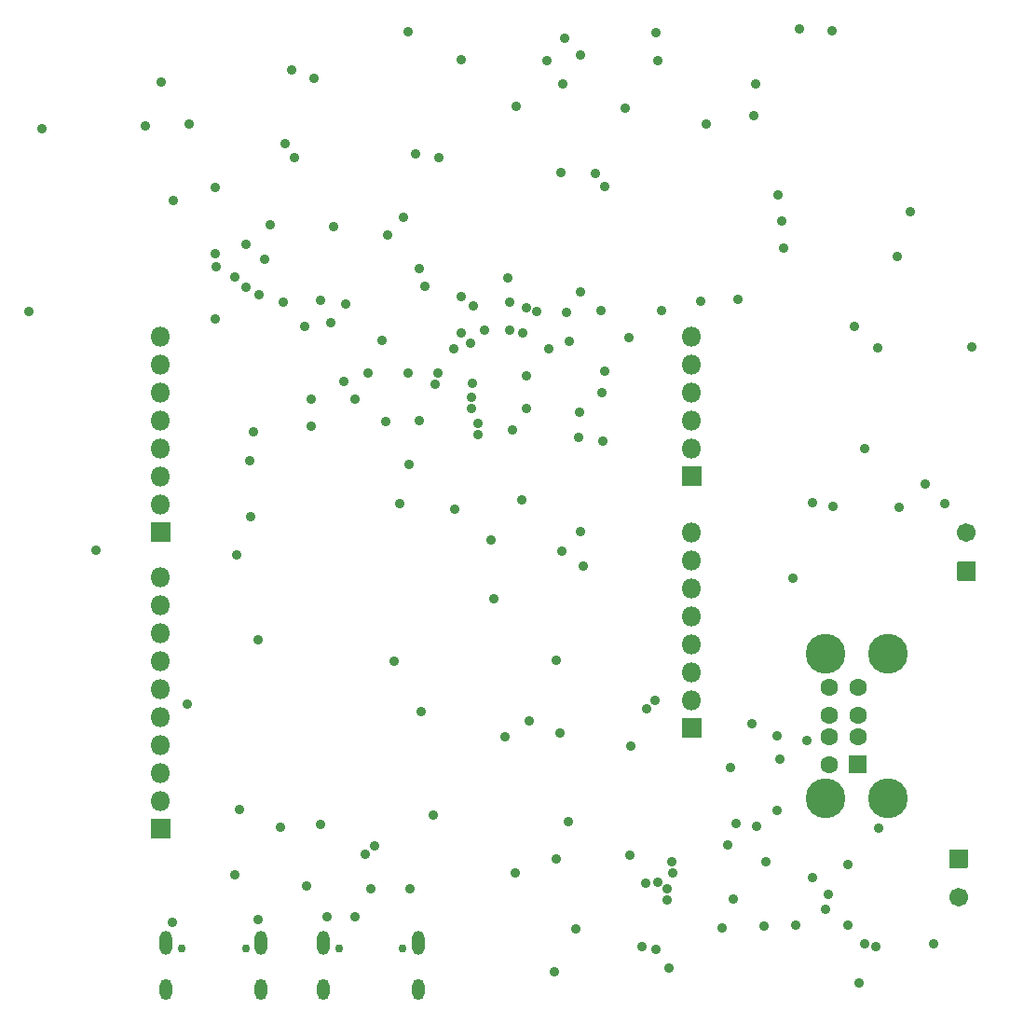
<source format=gbs>
G04 #@! TF.GenerationSoftware,KiCad,Pcbnew,7.0.11+1*
G04 #@! TF.CreationDate,2024-04-14T01:38:43+00:00*
G04 #@! TF.ProjectId,mbed-ce-ci-shield-v2,6d626564-2d63-4652-9d63-692d73686965,0*
G04 #@! TF.SameCoordinates,Original*
G04 #@! TF.FileFunction,Soldermask,Bot*
G04 #@! TF.FilePolarity,Negative*
%FSLAX46Y46*%
G04 Gerber Fmt 4.6, Leading zero omitted, Abs format (unit mm)*
G04 Created by KiCad (PCBNEW 7.0.11+1) date 2024-04-14 01:38:43*
%MOMM*%
%LPD*%
G01*
G04 APERTURE LIST*
%ADD10O,1.801600X1.801600*%
%ADD11C,1.701600*%
%ADD12C,0.751600*%
%ADD13O,1.101600X2.201600*%
%ADD14O,1.101600X1.901600*%
%ADD15C,1.601600*%
%ADD16C,3.601600*%
%ADD17C,0.901600*%
G04 APERTURE END LIST*
G36*
G01*
X80650800Y-72020000D02*
X80650800Y-73720000D01*
G75*
G02*
X80600000Y-73770800I-50800J0D01*
G01*
X78900000Y-73770800D01*
G75*
G02*
X78849200Y-73720000I0J50800D01*
G01*
X78849200Y-72020000D01*
G75*
G02*
X78900000Y-71969200I50800J0D01*
G01*
X80600000Y-71969200D01*
G75*
G02*
X80650800Y-72020000I0J-50800D01*
G01*
G37*
D10*
X79750000Y-70330000D03*
X79750000Y-67790000D03*
X79750000Y-65250000D03*
X79750000Y-62710000D03*
X79750000Y-60170000D03*
X79750000Y-57630000D03*
X79750000Y-55090000D03*
G36*
G01*
X153800000Y-77253451D02*
X152200000Y-77253451D01*
G75*
G02*
X152149200Y-77202651I0J50800D01*
G01*
X152149200Y-75602651D01*
G75*
G02*
X152200000Y-75551851I50800J0D01*
G01*
X153800000Y-75551851D01*
G75*
G02*
X153850800Y-75602651I0J-50800D01*
G01*
X153850800Y-77202651D01*
G75*
G02*
X153800000Y-77253451I-50800J0D01*
G01*
G37*
D11*
X153000000Y-72902651D03*
G36*
G01*
X80650800Y-98944000D02*
X80650800Y-100644000D01*
G75*
G02*
X80600000Y-100694800I-50800J0D01*
G01*
X78900000Y-100694800D01*
G75*
G02*
X78849200Y-100644000I0J50800D01*
G01*
X78849200Y-98944000D01*
G75*
G02*
X78900000Y-98893200I50800J0D01*
G01*
X80600000Y-98893200D01*
G75*
G02*
X80650800Y-98944000I0J-50800D01*
G01*
G37*
D10*
X79750000Y-97254000D03*
X79750000Y-94714000D03*
X79750000Y-92174000D03*
X79750000Y-89634000D03*
X79750000Y-87094000D03*
X79750000Y-84554000D03*
X79750000Y-82014000D03*
X79750000Y-79474000D03*
X79750000Y-76934000D03*
D12*
X95995051Y-110660000D03*
X101775051Y-110660000D03*
D13*
X94565051Y-110160000D03*
D14*
X94565051Y-114340000D03*
D13*
X103205051Y-110160000D03*
D14*
X103205051Y-114340000D03*
G36*
G01*
X128910800Y-89800000D02*
X128910800Y-91500000D01*
G75*
G02*
X128860000Y-91550800I-50800J0D01*
G01*
X127160000Y-91550800D01*
G75*
G02*
X127109200Y-91500000I0J50800D01*
G01*
X127109200Y-89800000D01*
G75*
G02*
X127160000Y-89749200I50800J0D01*
G01*
X128860000Y-89749200D01*
G75*
G02*
X128910800Y-89800000I0J-50800D01*
G01*
G37*
D10*
X128010000Y-88110000D03*
X128010000Y-85570000D03*
X128010000Y-83030000D03*
X128010000Y-80490000D03*
X128010000Y-77950000D03*
X128010000Y-75410000D03*
X128010000Y-72870000D03*
G36*
G01*
X128910800Y-66940000D02*
X128910800Y-68640000D01*
G75*
G02*
X128860000Y-68690800I-50800J0D01*
G01*
X127160000Y-68690800D01*
G75*
G02*
X127109200Y-68640000I0J50800D01*
G01*
X127109200Y-66940000D01*
G75*
G02*
X127160000Y-66889200I50800J0D01*
G01*
X128860000Y-66889200D01*
G75*
G02*
X128910800Y-66940000I0J-50800D01*
G01*
G37*
X128010000Y-65250000D03*
X128010000Y-62710000D03*
X128010000Y-60170000D03*
X128010000Y-57630000D03*
X128010000Y-55090000D03*
D12*
X81700000Y-110660000D03*
X87480000Y-110660000D03*
D13*
X80270000Y-110160000D03*
D14*
X80270000Y-114340000D03*
D13*
X88910000Y-110160000D03*
D14*
X88910000Y-114340000D03*
G36*
G01*
X151450000Y-101649200D02*
X153050000Y-101649200D01*
G75*
G02*
X153100800Y-101700000I0J-50800D01*
G01*
X153100800Y-103300000D01*
G75*
G02*
X153050000Y-103350800I-50800J0D01*
G01*
X151450000Y-103350800D01*
G75*
G02*
X151399200Y-103300000I0J50800D01*
G01*
X151399200Y-101700000D01*
G75*
G02*
X151450000Y-101649200I50800J0D01*
G01*
G37*
D11*
X152250000Y-106000000D03*
G36*
G01*
X143908485Y-93190000D02*
X143908485Y-94690000D01*
G75*
G02*
X143857685Y-94740800I-50800J0D01*
G01*
X142357685Y-94740800D01*
G75*
G02*
X142306885Y-94690000I0J50800D01*
G01*
X142306885Y-93190000D01*
G75*
G02*
X142357685Y-93139200I50800J0D01*
G01*
X143857685Y-93139200D01*
G75*
G02*
X143908485Y-93190000I0J-50800D01*
G01*
G37*
D15*
X143107685Y-91440000D03*
X143107685Y-89440000D03*
X143107685Y-86940000D03*
X140487685Y-93940000D03*
X140487685Y-91440000D03*
X140487685Y-89440000D03*
X140487685Y-86940000D03*
D16*
X145817685Y-97010000D03*
X145817685Y-83870000D03*
X140137685Y-97010000D03*
X140137685Y-83870000D03*
D17*
X93035051Y-104940000D03*
X106400000Y-56200000D03*
X88590000Y-108015000D03*
X90650000Y-99675000D03*
X86535051Y-103940000D03*
X101450000Y-70300000D03*
X86700000Y-74900000D03*
X116300000Y-32137659D03*
X133500000Y-90250000D03*
X116100000Y-40200000D03*
X114900000Y-30037659D03*
X134620000Y-108620000D03*
X84680000Y-47560000D03*
X143250000Y-113750000D03*
X115750000Y-102500000D03*
X131500000Y-94250000D03*
X128800000Y-51900000D03*
X109750000Y-73550000D03*
X93710000Y-31690000D03*
X136200000Y-44600000D03*
X115500000Y-112750000D03*
X89740000Y-44974500D03*
X78400000Y-36000000D03*
X118200000Y-75950000D03*
X116600000Y-52900000D03*
X113250000Y-90000000D03*
X91910000Y-38890000D03*
X115000000Y-56200000D03*
X104500000Y-98500000D03*
X103400000Y-89150000D03*
X122000000Y-34337659D03*
X93400000Y-60800000D03*
X122340000Y-55230000D03*
X147900000Y-43800000D03*
X98885051Y-105265000D03*
X131760000Y-106165500D03*
X100370000Y-45880000D03*
X142220000Y-103000000D03*
X124900000Y-30037659D03*
X129300000Y-35837159D03*
X133800000Y-32137659D03*
X153500000Y-56000000D03*
X69000000Y-36200000D03*
X79780000Y-31950000D03*
X119800000Y-52725500D03*
X117900000Y-29537659D03*
X84750000Y-41600000D03*
X137800000Y-27200000D03*
X67800000Y-52800000D03*
X102910000Y-38490000D03*
X142250000Y-108500000D03*
X102262500Y-27405000D03*
X122500000Y-92250000D03*
X82150000Y-88425000D03*
X134750000Y-102750000D03*
X80840000Y-108265000D03*
X102385051Y-105265000D03*
X144900000Y-56100000D03*
X110000000Y-78900000D03*
X143750000Y-65250000D03*
X146850000Y-70560000D03*
X86890000Y-98070000D03*
X140220000Y-107050000D03*
X124800000Y-27537659D03*
X116500000Y-28000000D03*
X133700000Y-35037659D03*
X135900000Y-42200000D03*
X91080000Y-37540000D03*
X132200000Y-51700000D03*
X88600000Y-82600000D03*
X101850000Y-44260000D03*
X116040000Y-91060000D03*
X125300000Y-52700000D03*
X125920000Y-112460000D03*
X107110000Y-29990000D03*
X150000000Y-110250000D03*
X95500000Y-45080000D03*
X101000000Y-84550000D03*
X93400000Y-63200000D03*
X140800000Y-27300000D03*
X137500000Y-108500000D03*
X139000000Y-70200000D03*
X108600000Y-62975402D03*
X146700000Y-47800000D03*
X142800000Y-54200000D03*
X136400000Y-47037659D03*
X112010000Y-103775500D03*
X102350000Y-66700000D03*
X117950000Y-72800000D03*
X94300000Y-99400000D03*
X112100000Y-34200000D03*
X105070000Y-38850000D03*
X100200000Y-62800000D03*
X116850000Y-99110000D03*
X117900000Y-51000000D03*
X117470000Y-108850000D03*
X140420000Y-105730000D03*
X133940000Y-99590000D03*
X132075500Y-99270000D03*
X139010000Y-104250000D03*
X97385051Y-107765000D03*
X94885051Y-107765000D03*
X130750000Y-108750000D03*
X131250000Y-101250000D03*
X123800000Y-104720000D03*
X137210000Y-77060000D03*
X123487701Y-110512299D03*
X144770000Y-110470000D03*
X108200000Y-52300000D03*
X113900000Y-52800000D03*
X107100000Y-51500000D03*
X112964137Y-52449051D03*
X111500000Y-54500000D03*
X103800000Y-50500000D03*
X109184623Y-54500500D03*
X111500000Y-51975500D03*
X119900000Y-60200000D03*
X97400000Y-60800000D03*
X108000000Y-60600000D03*
X108000000Y-61599503D03*
X113000000Y-61600000D03*
X125750000Y-106275000D03*
X98350000Y-102070000D03*
X125750000Y-105225000D03*
X99190000Y-101340000D03*
X120100000Y-58200000D03*
X117800000Y-62000000D03*
X108600000Y-64000000D03*
X103300000Y-62700000D03*
X106450000Y-70800000D03*
X112550000Y-69950000D03*
X149250000Y-68500000D03*
X126250000Y-102750000D03*
X143750000Y-110250000D03*
X124750000Y-110750000D03*
X124900000Y-104670000D03*
X140890000Y-70500000D03*
X126262299Y-103762299D03*
X151000000Y-70250000D03*
X136000000Y-93500000D03*
X138500000Y-91750000D03*
X135754214Y-98135042D03*
X135750219Y-91378280D03*
X145000000Y-99750000D03*
X122440000Y-102200000D03*
X115721278Y-84478722D03*
X91670000Y-30860000D03*
X117780000Y-64260000D03*
X87540000Y-46740000D03*
X111324500Y-49800000D03*
X99850497Y-55479503D03*
X104930126Y-58424008D03*
X96600000Y-52100000D03*
X113000000Y-58680000D03*
X92840000Y-54140000D03*
X98642299Y-58382299D03*
X87890000Y-66345500D03*
X87930000Y-71430000D03*
X88230000Y-63770000D03*
X119920000Y-64570000D03*
X116900000Y-55500000D03*
X107949695Y-55675000D03*
X87494161Y-50624500D03*
X86500000Y-49700000D03*
X112700000Y-54800000D03*
X107070000Y-54738153D03*
X94252299Y-51827701D03*
X102275500Y-58380000D03*
X88700000Y-51275500D03*
X108110000Y-59370000D03*
X90900000Y-52000000D03*
X95200000Y-53800000D03*
X84800000Y-48780000D03*
X104682299Y-59392299D03*
X84760000Y-53500000D03*
X111760000Y-63580000D03*
X96440000Y-59190000D03*
X89170000Y-48055500D03*
X103230000Y-48940000D03*
X73900000Y-74500000D03*
X120100000Y-41437659D03*
X123928768Y-88871232D03*
X119229163Y-40300000D03*
X124671232Y-88128768D03*
X116250000Y-74600000D03*
X111050000Y-91400000D03*
X82370000Y-35780000D03*
X80940000Y-42780000D03*
M02*

</source>
